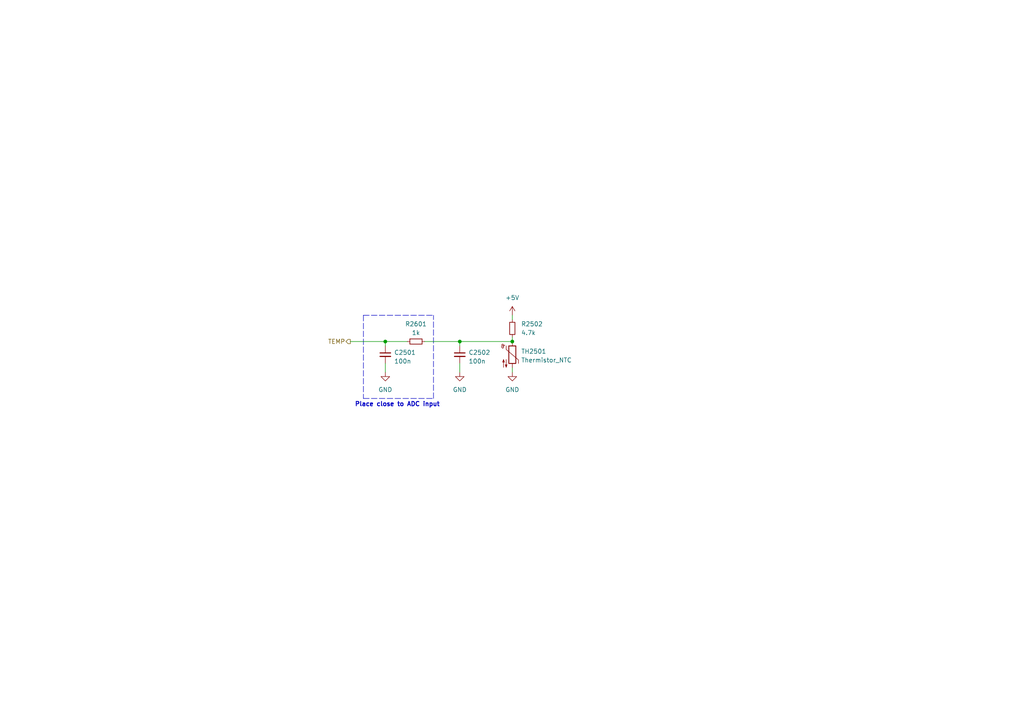
<source format=kicad_sch>
(kicad_sch (version 20230121) (generator eeschema)
  (paper "A4")
  (lib_symbols
    (symbol "Device:C_Small" (pin_numbers hide) (pin_names (offset 0.254) hide)
      (property "Reference" "C" (at 0.254 1.778 0))
      (property "Value" "C_Small" (at 0.254 -2.032 0))
      (symbol "C_Small_0_1"
        (polyline (pts (xy -1.524 -0.508) (xy 1.524 -0.508)) (stroke (width 0.3302)))
        (polyline (pts (xy -1.524 0.508) (xy 1.524 0.508)) (stroke (width 0.3048)))
      )
      (symbol "C_Small_1_1"
        (pin passive line (at 0 2.54 270) (length 2.032) (name "~") (number "1"))
        (pin passive line (at 0 -2.54 90) (length 2.032) (name "~") (number "2"))
      )
    )
    (symbol "Device:R_Small" (pin_numbers hide) (pin_names (offset 0.254) hide)
      (property "Reference" "R" (at 0.762 0.508 0))
      (property "Value" "R_Small" (at 0.762 -1.016 0))
      (symbol "R_Small_0_1"
        (rectangle (start -0.762 1.778) (end 0.762 -1.778) (stroke (width 0.2032)))
      )
      (symbol "R_Small_1_1"
        (pin passive line (at 0 2.54 270) (length 0.762) (name "~") (number "1"))
        (pin passive line (at 0 -2.54 90) (length 0.762) (name "~") (number "2"))
      )
    )
    (symbol "Device:Thermistor_NTC" (pin_numbers hide) (pin_names (offset 0))
      (property "Reference" "TH" (at -4.445 0 90))
      (property "Value" "Thermistor_NTC" (at 3.175 0 90))
      (symbol "Thermistor_NTC_0_1"
        (arc (start -3.048 2.159) (mid -3.0495 2.3143) (end -3.175 2.413))
        (arc (start -3.048 2.159) (mid -2.9736 1.9794) (end -2.794 1.905))
        (arc (start -3.048 2.794) (mid -2.9736 2.6144) (end -2.794 2.54))
        (arc (start -2.794 1.905) (mid -2.6144 1.9794) (end -2.54 2.159))
        (arc (start -2.794 2.54) (mid -2.4393 2.5587) (end -2.159 2.794))
        (arc (start -2.794 3.048) (mid -2.9736 2.9736) (end -3.048 2.794))
        (arc (start -2.54 2.794) (mid -2.6144 2.9736) (end -2.794 3.048))
        (rectangle (start -1.016 2.54) (end 1.016 -2.54) (stroke (width 0.254)))
        (polyline (pts (xy -2.54 2.159) (xy -2.54 2.794)))
        (polyline (pts (xy -1.778 2.54) (xy -1.778 1.524) (xy 1.778 -1.524) (xy 1.778 -2.54)))
        (polyline (pts (xy -2.54 -3.683) (xy -2.54 -1.397) (xy -2.794 -2.159) (xy -2.286 -2.159) (xy -2.54 -1.397) (xy -2.54 -1.651)) (fill (type outline)))
        (polyline (pts (xy -1.778 -1.397) (xy -1.778 -3.683) (xy -2.032 -2.921) (xy -1.524 -2.921) (xy -1.778 -3.683) (xy -1.778 -3.429)) (fill (type outline)))
      )
      (symbol "Thermistor_NTC_1_1"
        (pin passive line (at 0 3.81 270) (length 1.27) (name "~") (number "1"))
        (pin passive line (at 0 -3.81 90) (length 1.27) (name "~") (number "2"))
      )
    )
    (symbol "GND_1" (power) (pin_names (offset 0))
      (property "Value" "GND_1" (at 0 -3.81 0))
      (symbol "GND_1_0_1"
        (polyline (pts (xy 0 0) (xy 0 -1.27) (xy 1.27 -1.27) (xy 0 -2.54) (xy -1.27 -1.27) (xy 0 -1.27)))
      )
      (symbol "GND_1_1_1"
        (pin power_in line (at 0 0 270) (length 0) hide (name "GND") (number "1"))
      )
    )
    (symbol "power:+5V" (power) (pin_names (offset 0))
      (property "Value" "+5V" (at 0 3.556 0))
      (symbol "+5V_0_1"
        (polyline (pts (xy -0.762 1.27) (xy 0 2.54)))
        (polyline (pts (xy 0 0) (xy 0 2.54)))
        (polyline (pts (xy 0 2.54) (xy 0.762 1.27)))
      )
      (symbol "+5V_1_1"
        (pin power_in line (at 0 0 90) (length 0) hide (name "+5V") (number "1"))
      )
    )
    (symbol "power:GND" (power) (pin_names (offset 0))
      (property "Value" "GND" (at 0 -3.81 0))
      (symbol "GND_0_1"
        (polyline (pts (xy 0 0) (xy 0 -1.27) (xy 1.27 -1.27) (xy 0 -2.54) (xy -1.27 -1.27) (xy 0 -1.27)))
      )
      (symbol "GND_1_1"
        (pin power_in line (at 0 0 270) (length 0) hide (name "GND") (number "1"))
      )
    )
  )
  (junction (at 148.59 99.06))
  (junction (at 111.76 99.06))
  (junction (at 133.35 99.06))
  (wire (pts (xy 111.76 99.06) (xy 118.11 99.06)))
  (polyline (pts (xy 105.41 91.44) (xy 105.41 115.57)) (stroke (width 0) (type dash)))
  (wire (pts (xy 148.59 97.79) (xy 148.59 99.06)))
  (wire (pts (xy 123.19 99.06) (xy 133.35 99.06)))
  (wire (pts (xy 133.35 99.06) (xy 133.35 100.33)))
  (polyline (pts (xy 105.41 91.44) (xy 125.73 91.44)) (stroke (width 0) (type dash)))
  (wire (pts (xy 133.35 99.06) (xy 148.59 99.06)))
  (wire (pts (xy 111.76 105.41) (xy 111.76 107.95)))
  (polyline (pts (xy 105.41 115.57) (xy 125.73 115.57)) (stroke (width 0) (type dash)))
  (wire (pts (xy 101.6 99.06) (xy 111.76 99.06)))
  (wire (pts (xy 148.59 91.44) (xy 148.59 92.71)))
  (wire (pts (xy 133.35 105.41) (xy 133.35 107.95)))
  (wire (pts (xy 111.76 100.33) (xy 111.76 99.06)))
  (polyline (pts (xy 125.73 115.57) (xy 125.73 91.44)) (stroke (width 0) (type dash)))
  (wire (pts (xy 148.59 106.68) (xy 148.59 107.95)))
  (text "Place close to ADC input" (at 102.87 118.11 0) (effects (font (size 1.27 1.27) bold) (justify left bottom)))
  (hierarchical_label "TEMP" (shape output) (at 101.6 99.06 180))
  (symbol (lib_name "GND_1") (lib_id "power:GND") (at 133.35 107.95 0) (unit 1)
    (property "Reference" "#PWR02604" (effects hide))
    (property "Value" "GND" (at 133.35 113.03 0))
    (instances (project "greenmobi-bms-controller" (path "" (reference "#PWR02604") (unit 1)) (path "" (reference "#PWR02504") (unit 1)) (path "" (reference "#PWR02904") (unit 1))))
  )
  (symbol (lib_id "Device:C_Small") (at 111.76 102.87 0) (unit 1)
    (property "Reference" "C2501" (at 114.3 102.2413 0) (effects (justify left)))
    (property "Value" "100n" (at 114.3 104.7813 0) (effects (justify left)))
    (instances (project "greenmobi-bms-controller" (path "" (reference "C2501") (unit 1)) (path "" (reference "C2601") (unit 1)) (path "" (reference "C2901") (unit 1))))
  )
  (symbol (lib_id "power:GND") (at 148.59 107.95 0) (unit 1)
    (property "Reference" "#PWR02503" (effects hide))
    (property "Value" "GND" (at 148.59 113.03 0))
    (instances (project "greenmobi-bms-controller" (path "" (reference "#PWR02503") (unit 1)) (path "" (reference "#PWR02603") (unit 1)) (path "" (reference "#PWR02903") (unit 1))))
  )
  (symbol (lib_id "Device:C_Small") (at 133.35 102.87 0) (unit 1)
    (property "Reference" "C2502" (at 135.89 102.2413 0) (effects (justify left)))
    (property "Value" "100n" (at 135.89 104.7813 0) (effects (justify left)))
    (instances (project "greenmobi-bms-controller" (path "" (reference "C2502") (unit 1)) (path "" (reference "C2602") (unit 1)) (path "" (reference "C2902") (unit 1))))
  )
  (symbol (lib_id "Device:R_Small") (at 148.59 95.25 0) (unit 1)
    (property "Reference" "R2502" (at 151.13 93.9799 0) (effects (justify left)))
    (property "Value" "4.7k" (at 151.13 96.5199 0) (effects (justify left)))
    (instances (project "greenmobi-bms-controller" (path "" (reference "R2502") (unit 1)) (path "" (reference "R2602") (unit 1)) (path "" (reference "R2902") (unit 1))))
  )
  (symbol (lib_id "Device:Thermistor_NTC") (at 148.59 102.87 0) (unit 1)
    (property "Reference" "TH2501" (at 151.13 101.9174 0) (effects (justify left)))
    (property "Value" "Thermistor_NTC" (at 151.13 104.4574 0) (effects (justify left)))
    (property "Footprint" "Connector_JST:JST_XH_B2B-XH-A_1x02_P2.50mm_Vertical" (effects hide))
    (instances (project "greenmobi-bms-controller" (path "" (reference "TH2501") (unit 1)) (path "" (reference "TH2601") (unit 1)) (path "" (reference "TH2901") (unit 1))))
  )
  (symbol (lib_name "GND_1") (lib_id "power:GND") (at 111.76 107.95 0) (unit 1)
    (property "Reference" "#PWR02601" (effects hide))
    (property "Value" "GND" (at 111.76 113.03 0))
    (instances (project "greenmobi-bms-controller" (path "" (reference "#PWR02601") (unit 1)) (path "" (reference "#PWR02501") (unit 1)) (path "" (reference "#PWR02901") (unit 1))))
  )
  (symbol (lib_id "Device:R_Small") (at 120.65 99.06 90) (unit 1)
    (property "Reference" "R2601" (at 120.65 93.98 90))
    (property "Value" "1k" (at 120.65 96.52 90))
    (instances (project "greenmobi-bms-controller" (path "" (reference "R2601") (unit 1)) (path "" (reference "R2501") (unit 1)) (path "" (reference "R2901") (unit 1))))
  )
  (symbol (lib_id "power:+5V") (at 148.59 91.44 0) (unit 1)
    (property "Reference" "#PWR02502" (effects hide))
    (property "Value" "+5V" (at 148.59 86.36 0))
    (instances (project "greenmobi-bms-controller" (path "" (reference "#PWR02502") (unit 1)) (path "" (reference "#PWR02602") (unit 1)) (path "" (reference "#PWR02902") (unit 1))))
  )
)
</source>
